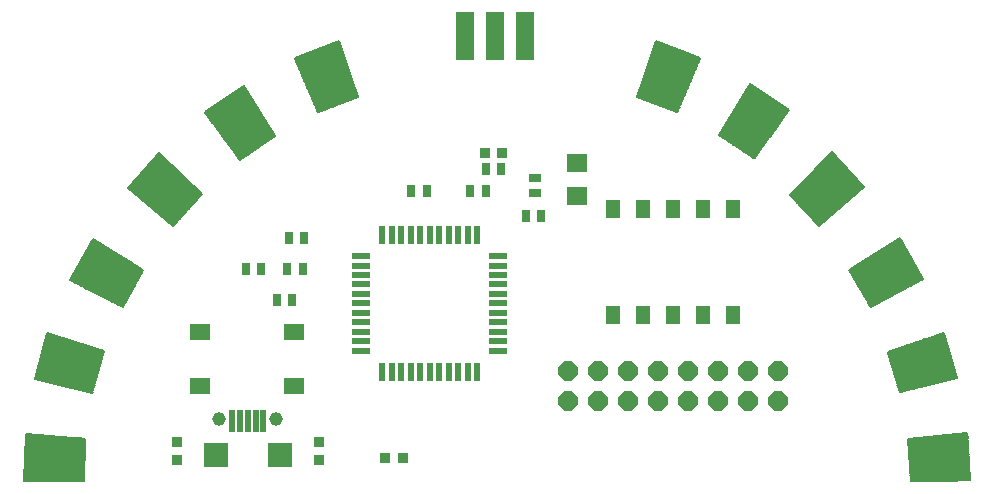
<source format=gts>
G75*
%MOIN*%
%OFA0B0*%
%FSLAX24Y24*%
%IPPOS*%
%LPD*%
%AMOC8*
5,1,8,0,0,1.08239X$1,22.5*
%
%ADD10R,0.0316X0.0394*%
%ADD11R,0.0355X0.0355*%
%ADD12R,0.0394X0.0316*%
%ADD13R,0.0640X0.1640*%
%ADD14R,0.0670X0.0591*%
%ADD15C,0.0634*%
%ADD16C,0.0050*%
%ADD17OC8,0.0640*%
%ADD18R,0.0197X0.0729*%
%ADD19R,0.0827X0.0827*%
%ADD20C,0.0453*%
%ADD21R,0.0473X0.0631*%
%ADD22R,0.0237X0.0631*%
%ADD23R,0.0631X0.0237*%
%ADD24R,0.0650X0.0552*%
D10*
X009293Y007297D03*
X009805Y007297D03*
X009648Y008321D03*
X010159Y008321D03*
X010199Y009344D03*
X009687Y009344D03*
X008782Y008321D03*
X008270Y008321D03*
X013782Y010919D03*
X014293Y010919D03*
X015750Y010919D03*
X016262Y010919D03*
X016262Y011667D03*
X016774Y011667D03*
X017600Y010092D03*
X018112Y010092D03*
D11*
X016813Y012179D03*
X016222Y012179D03*
X010691Y002553D03*
X010691Y001962D03*
X012915Y002021D03*
X013506Y002021D03*
X005967Y001962D03*
X005967Y002553D03*
D12*
X017896Y010860D03*
X017896Y011372D03*
D13*
X017573Y016077D03*
X016573Y016077D03*
X015573Y016077D03*
D14*
X019313Y011864D03*
X019313Y010762D03*
D15*
X024943Y012888D03*
X022187Y014344D03*
X027305Y010683D03*
X029234Y007966D03*
X030415Y005053D03*
X030967Y001982D03*
X011124Y014344D03*
X008329Y012848D03*
X005888Y010683D03*
X003998Y007966D03*
X002778Y005053D03*
X002305Y001982D03*
D16*
X000947Y002815D02*
X000882Y001248D01*
X002862Y001246D01*
X002909Y002669D01*
X000947Y002815D01*
X000945Y002774D02*
X001497Y002774D01*
X000943Y002726D02*
X002149Y002726D01*
X002800Y002677D02*
X000941Y002677D01*
X000939Y002629D02*
X002908Y002629D01*
X002906Y002580D02*
X000937Y002580D01*
X000935Y002532D02*
X002905Y002532D01*
X002903Y002483D02*
X000933Y002483D01*
X000931Y002435D02*
X002901Y002435D01*
X002900Y002386D02*
X000929Y002386D01*
X000927Y002338D02*
X002898Y002338D01*
X002897Y002289D02*
X000925Y002289D01*
X000923Y002241D02*
X002895Y002241D01*
X002893Y002192D02*
X000921Y002192D01*
X000919Y002144D02*
X002892Y002144D01*
X002890Y002095D02*
X000917Y002095D01*
X000915Y002047D02*
X002888Y002047D01*
X002887Y001998D02*
X000913Y001998D01*
X000911Y001950D02*
X002885Y001950D01*
X002884Y001901D02*
X000909Y001901D01*
X000907Y001853D02*
X002882Y001853D01*
X002880Y001804D02*
X000905Y001804D01*
X000903Y001756D02*
X002879Y001756D01*
X002877Y001707D02*
X000901Y001707D01*
X000899Y001659D02*
X002875Y001659D01*
X002874Y001610D02*
X000897Y001610D01*
X000895Y001562D02*
X002872Y001562D01*
X002871Y001513D02*
X000893Y001513D01*
X000891Y001465D02*
X002869Y001465D01*
X002867Y001416D02*
X000889Y001416D01*
X000887Y001368D02*
X002866Y001368D01*
X002864Y001319D02*
X000885Y001319D01*
X000883Y001271D02*
X002862Y001271D01*
X003150Y004208D02*
X003524Y005582D01*
X001647Y006176D01*
X001224Y004666D01*
X003150Y004208D01*
X003155Y004229D02*
X003062Y004229D01*
X003169Y004278D02*
X002858Y004278D01*
X002654Y004326D02*
X003182Y004326D01*
X003195Y004375D02*
X002450Y004375D01*
X002246Y004423D02*
X003208Y004423D01*
X003221Y004472D02*
X002042Y004472D01*
X001838Y004520D02*
X003235Y004520D01*
X003248Y004569D02*
X001633Y004569D01*
X001429Y004617D02*
X003261Y004617D01*
X003274Y004666D02*
X001225Y004666D01*
X001237Y004714D02*
X003287Y004714D01*
X003300Y004763D02*
X001251Y004763D01*
X001264Y004811D02*
X003314Y004811D01*
X003327Y004860D02*
X001278Y004860D01*
X001291Y004908D02*
X003340Y004908D01*
X003353Y004957D02*
X001305Y004957D01*
X001319Y005005D02*
X003366Y005005D01*
X003380Y005054D02*
X001332Y005054D01*
X001346Y005102D02*
X003393Y005102D01*
X003406Y005151D02*
X001359Y005151D01*
X001373Y005199D02*
X003419Y005199D01*
X003432Y005248D02*
X001387Y005248D01*
X001400Y005296D02*
X003446Y005296D01*
X003459Y005345D02*
X001414Y005345D01*
X001427Y005393D02*
X003472Y005393D01*
X003485Y005442D02*
X001441Y005442D01*
X001455Y005490D02*
X003498Y005490D01*
X003512Y005539D02*
X001468Y005539D01*
X001482Y005587D02*
X003509Y005587D01*
X003355Y005636D02*
X001495Y005636D01*
X001509Y005684D02*
X003202Y005684D01*
X003049Y005733D02*
X001523Y005733D01*
X001536Y005781D02*
X002896Y005781D01*
X002742Y005830D02*
X001550Y005830D01*
X001563Y005878D02*
X002589Y005878D01*
X002436Y005927D02*
X001577Y005927D01*
X001591Y005975D02*
X002282Y005975D01*
X002129Y006024D02*
X001604Y006024D01*
X001618Y006072D02*
X001976Y006072D01*
X001823Y006121D02*
X001631Y006121D01*
X001645Y006169D02*
X001669Y006169D01*
X003428Y007430D02*
X004367Y007430D01*
X004341Y007382D02*
X003524Y007382D01*
X003620Y007333D02*
X004314Y007333D01*
X004288Y007285D02*
X003716Y007285D01*
X003812Y007236D02*
X004261Y007236D01*
X004235Y007188D02*
X003908Y007188D01*
X004005Y007139D02*
X004208Y007139D01*
X004182Y007091D02*
X004101Y007091D01*
X004164Y007058D02*
X004846Y008308D01*
X003159Y009321D01*
X002397Y007950D01*
X004164Y007058D01*
X004394Y007479D02*
X003331Y007479D01*
X003235Y007527D02*
X004420Y007527D01*
X004446Y007576D02*
X003139Y007576D01*
X003043Y007624D02*
X004473Y007624D01*
X004499Y007673D02*
X002947Y007673D01*
X002851Y007721D02*
X004526Y007721D01*
X004552Y007770D02*
X002754Y007770D01*
X002658Y007818D02*
X004579Y007818D01*
X004605Y007867D02*
X002562Y007867D01*
X002466Y007915D02*
X004632Y007915D01*
X004658Y007964D02*
X002404Y007964D01*
X002431Y008012D02*
X004685Y008012D01*
X004711Y008061D02*
X002458Y008061D01*
X002485Y008109D02*
X004738Y008109D01*
X004764Y008158D02*
X002512Y008158D01*
X002539Y008206D02*
X004791Y008206D01*
X004817Y008255D02*
X002566Y008255D01*
X002593Y008303D02*
X004844Y008303D01*
X004775Y008352D02*
X002620Y008352D01*
X002647Y008400D02*
X004694Y008400D01*
X004613Y008449D02*
X002674Y008449D01*
X002701Y008497D02*
X004532Y008497D01*
X004451Y008546D02*
X002728Y008546D01*
X002755Y008594D02*
X004370Y008594D01*
X004289Y008643D02*
X002782Y008643D01*
X002809Y008691D02*
X004209Y008691D01*
X004128Y008740D02*
X002836Y008740D01*
X002862Y008788D02*
X004047Y008788D01*
X003966Y008837D02*
X002889Y008837D01*
X002916Y008885D02*
X003885Y008885D01*
X003804Y008934D02*
X002943Y008934D01*
X002970Y008982D02*
X003723Y008982D01*
X003643Y009031D02*
X002997Y009031D01*
X003024Y009079D02*
X003562Y009079D01*
X003481Y009128D02*
X003051Y009128D01*
X003078Y009176D02*
X003400Y009176D01*
X003319Y009225D02*
X003105Y009225D01*
X003132Y009273D02*
X003238Y009273D01*
X004864Y010583D02*
X006578Y010583D01*
X006622Y010631D02*
X004806Y010631D01*
X004749Y010680D02*
X006666Y010680D01*
X006709Y010728D02*
X004691Y010728D01*
X004633Y010777D02*
X006753Y010777D01*
X006792Y010821D02*
X005383Y012194D01*
X004326Y011035D01*
X005841Y009761D01*
X006792Y010821D01*
X006788Y010825D02*
X004576Y010825D01*
X004518Y010874D02*
X006738Y010874D01*
X006688Y010922D02*
X004460Y010922D01*
X004403Y010971D02*
X006638Y010971D01*
X006589Y011019D02*
X004345Y011019D01*
X004355Y011068D02*
X006539Y011068D01*
X006489Y011116D02*
X004399Y011116D01*
X004444Y011165D02*
X006439Y011165D01*
X006389Y011213D02*
X004488Y011213D01*
X004532Y011262D02*
X006340Y011262D01*
X006290Y011310D02*
X004576Y011310D01*
X004620Y011359D02*
X006240Y011359D01*
X006190Y011407D02*
X004665Y011407D01*
X004709Y011456D02*
X006141Y011456D01*
X006091Y011504D02*
X004753Y011504D01*
X004797Y011553D02*
X006041Y011553D01*
X005991Y011601D02*
X004842Y011601D01*
X004886Y011650D02*
X005941Y011650D01*
X005892Y011698D02*
X004930Y011698D01*
X004974Y011747D02*
X005842Y011747D01*
X005792Y011795D02*
X005019Y011795D01*
X005063Y011844D02*
X005742Y011844D01*
X005693Y011892D02*
X005107Y011892D01*
X005151Y011941D02*
X005643Y011941D01*
X005593Y011989D02*
X005195Y011989D01*
X005240Y012038D02*
X005543Y012038D01*
X005493Y012086D02*
X005284Y012086D01*
X005328Y012135D02*
X005444Y012135D01*
X005394Y012183D02*
X005372Y012183D01*
X007113Y013250D02*
X008938Y013250D01*
X008969Y013202D02*
X007149Y013202D01*
X007185Y013153D02*
X009000Y013153D01*
X009031Y013105D02*
X007221Y013105D01*
X007257Y013056D02*
X009061Y013056D01*
X009092Y013008D02*
X007293Y013008D01*
X007329Y012959D02*
X009123Y012959D01*
X009154Y012911D02*
X007366Y012911D01*
X007402Y012862D02*
X009185Y012862D01*
X009216Y012814D02*
X007438Y012814D01*
X007474Y012765D02*
X009227Y012765D01*
X009241Y012774D02*
X008185Y014435D01*
X006890Y013551D01*
X008071Y011962D01*
X009241Y012774D01*
X009158Y012717D02*
X007510Y012717D01*
X007546Y012668D02*
X009088Y012668D01*
X009018Y012620D02*
X007582Y012620D01*
X007618Y012571D02*
X008948Y012571D01*
X008878Y012523D02*
X007654Y012523D01*
X007690Y012474D02*
X008808Y012474D01*
X008738Y012426D02*
X007726Y012426D01*
X007762Y012377D02*
X008669Y012377D01*
X008599Y012329D02*
X007798Y012329D01*
X007834Y012280D02*
X008529Y012280D01*
X008459Y012232D02*
X007870Y012232D01*
X007907Y012183D02*
X008389Y012183D01*
X008319Y012135D02*
X007943Y012135D01*
X007979Y012086D02*
X008250Y012086D01*
X008180Y012038D02*
X008015Y012038D01*
X008051Y011989D02*
X008110Y011989D01*
X008907Y013299D02*
X007077Y013299D01*
X007041Y013347D02*
X008876Y013347D01*
X008846Y013396D02*
X007005Y013396D01*
X006969Y013444D02*
X008815Y013444D01*
X008784Y013493D02*
X006933Y013493D01*
X006897Y013541D02*
X008753Y013541D01*
X008722Y013590D02*
X006947Y013590D01*
X007018Y013638D02*
X008691Y013638D01*
X008661Y013687D02*
X007089Y013687D01*
X007160Y013735D02*
X008630Y013735D01*
X008599Y013784D02*
X007231Y013784D01*
X007302Y013832D02*
X008568Y013832D01*
X008537Y013881D02*
X007373Y013881D01*
X007444Y013929D02*
X008506Y013929D01*
X008476Y013978D02*
X007515Y013978D01*
X007586Y014026D02*
X008445Y014026D01*
X008414Y014075D02*
X007657Y014075D01*
X007728Y014123D02*
X008383Y014123D01*
X008352Y014172D02*
X007799Y014172D01*
X007870Y014220D02*
X008321Y014220D01*
X008291Y014269D02*
X007941Y014269D01*
X008012Y014317D02*
X008260Y014317D01*
X008229Y014366D02*
X008083Y014366D01*
X008154Y014414D02*
X008198Y014414D01*
X009960Y015190D02*
X011604Y015190D01*
X011621Y015142D02*
X009981Y015142D01*
X010002Y015093D02*
X011638Y015093D01*
X011654Y015045D02*
X010023Y015045D01*
X010044Y014996D02*
X011671Y014996D01*
X011688Y014948D02*
X010064Y014948D01*
X010085Y014899D02*
X011705Y014899D01*
X011721Y014851D02*
X010106Y014851D01*
X010127Y014802D02*
X011738Y014802D01*
X011755Y014754D02*
X010148Y014754D01*
X010168Y014705D02*
X011772Y014705D01*
X011788Y014657D02*
X010189Y014657D01*
X010210Y014608D02*
X011805Y014608D01*
X011822Y014560D02*
X010231Y014560D01*
X010252Y014511D02*
X011839Y014511D01*
X011855Y014463D02*
X010273Y014463D01*
X010293Y014414D02*
X011872Y014414D01*
X011889Y014366D02*
X010314Y014366D01*
X010335Y014317D02*
X011906Y014317D01*
X011922Y014269D02*
X010356Y014269D01*
X010377Y014220D02*
X011939Y014220D01*
X011956Y014172D02*
X010398Y014172D01*
X010418Y014123D02*
X011972Y014123D01*
X011989Y014075D02*
X010439Y014075D01*
X010460Y014026D02*
X011905Y014026D01*
X011994Y014061D02*
X011352Y015922D01*
X009887Y015361D01*
X010668Y013542D01*
X011994Y014061D01*
X011781Y013978D02*
X010481Y013978D01*
X010502Y013929D02*
X011657Y013929D01*
X011533Y013881D02*
X010522Y013881D01*
X010543Y013832D02*
X011409Y013832D01*
X011285Y013784D02*
X010564Y013784D01*
X010585Y013735D02*
X011161Y013735D01*
X011037Y013687D02*
X010606Y013687D01*
X010627Y013638D02*
X010913Y013638D01*
X010790Y013590D02*
X010647Y013590D01*
X009939Y015239D02*
X011587Y015239D01*
X011571Y015287D02*
X009919Y015287D01*
X009898Y015336D02*
X011554Y015336D01*
X011537Y015384D02*
X009947Y015384D01*
X010074Y015433D02*
X011520Y015433D01*
X011504Y015481D02*
X010200Y015481D01*
X010327Y015530D02*
X011487Y015530D01*
X011470Y015578D02*
X010454Y015578D01*
X010581Y015627D02*
X011454Y015627D01*
X011437Y015675D02*
X010708Y015675D01*
X010834Y015724D02*
X011420Y015724D01*
X011403Y015772D02*
X010961Y015772D01*
X011088Y015821D02*
X011387Y015821D01*
X011370Y015869D02*
X011215Y015869D01*
X011341Y015918D02*
X011353Y015918D01*
X006535Y010534D02*
X004922Y010534D01*
X004979Y010486D02*
X006491Y010486D01*
X006448Y010437D02*
X005037Y010437D01*
X005095Y010389D02*
X006404Y010389D01*
X006361Y010340D02*
X005152Y010340D01*
X005210Y010292D02*
X006317Y010292D01*
X006274Y010243D02*
X005268Y010243D01*
X005325Y010195D02*
X006230Y010195D01*
X006186Y010146D02*
X005383Y010146D01*
X005441Y010098D02*
X006143Y010098D01*
X006099Y010049D02*
X005498Y010049D01*
X005556Y010001D02*
X006056Y010001D01*
X006012Y009952D02*
X005614Y009952D01*
X005671Y009904D02*
X005969Y009904D01*
X005925Y009855D02*
X005729Y009855D01*
X005787Y009807D02*
X005882Y009807D01*
X021312Y014050D02*
X022647Y013553D01*
X023408Y015368D01*
X021942Y015927D01*
X021312Y014050D01*
X021320Y014075D02*
X022865Y014075D01*
X022886Y014123D02*
X021337Y014123D01*
X021353Y014172D02*
X022906Y014172D01*
X022926Y014220D02*
X021369Y014220D01*
X021386Y014269D02*
X022947Y014269D01*
X022967Y014317D02*
X021402Y014317D01*
X021418Y014366D02*
X022987Y014366D01*
X023008Y014414D02*
X021434Y014414D01*
X021451Y014463D02*
X023028Y014463D01*
X023048Y014511D02*
X021467Y014511D01*
X021483Y014560D02*
X023069Y014560D01*
X023089Y014608D02*
X021500Y014608D01*
X021516Y014657D02*
X023110Y014657D01*
X023130Y014705D02*
X021532Y014705D01*
X021548Y014754D02*
X023150Y014754D01*
X023171Y014802D02*
X021565Y014802D01*
X021581Y014851D02*
X023191Y014851D01*
X023211Y014899D02*
X021597Y014899D01*
X021614Y014948D02*
X023232Y014948D01*
X023252Y014996D02*
X021630Y014996D01*
X021646Y015045D02*
X023272Y015045D01*
X023293Y015093D02*
X021662Y015093D01*
X021679Y015142D02*
X023313Y015142D01*
X023333Y015190D02*
X021695Y015190D01*
X021711Y015239D02*
X023354Y015239D01*
X023374Y015287D02*
X021728Y015287D01*
X021744Y015336D02*
X023394Y015336D01*
X023367Y015384D02*
X021760Y015384D01*
X021776Y015433D02*
X023239Y015433D01*
X023112Y015481D02*
X021793Y015481D01*
X021809Y015530D02*
X022985Y015530D01*
X022858Y015578D02*
X021825Y015578D01*
X021842Y015627D02*
X022730Y015627D01*
X022603Y015675D02*
X021858Y015675D01*
X021874Y015724D02*
X022476Y015724D01*
X022349Y015772D02*
X021890Y015772D01*
X021907Y015821D02*
X022221Y015821D01*
X022094Y015869D02*
X021923Y015869D01*
X021939Y015918D02*
X021967Y015918D01*
X024864Y014172D02*
X025526Y014172D01*
X025453Y014220D02*
X024894Y014220D01*
X024923Y014269D02*
X025380Y014269D01*
X025307Y014317D02*
X024953Y014317D01*
X024982Y014366D02*
X025235Y014366D01*
X025162Y014414D02*
X025012Y014414D01*
X025041Y014463D02*
X025089Y014463D01*
X025055Y014485D02*
X026361Y013616D01*
X025216Y012014D01*
X024025Y012795D01*
X025055Y014485D01*
X024834Y014123D02*
X025599Y014123D01*
X025671Y014075D02*
X024805Y014075D01*
X024775Y014026D02*
X025744Y014026D01*
X025817Y013978D02*
X024746Y013978D01*
X024716Y013929D02*
X025890Y013929D01*
X025963Y013881D02*
X024687Y013881D01*
X024657Y013832D02*
X026036Y013832D01*
X026108Y013784D02*
X024628Y013784D01*
X024598Y013735D02*
X026181Y013735D01*
X026254Y013687D02*
X024568Y013687D01*
X024539Y013638D02*
X026327Y013638D01*
X026342Y013590D02*
X024509Y013590D01*
X024480Y013541D02*
X026307Y013541D01*
X026273Y013493D02*
X024450Y013493D01*
X024421Y013444D02*
X026238Y013444D01*
X026203Y013396D02*
X024391Y013396D01*
X024361Y013347D02*
X026169Y013347D01*
X026134Y013299D02*
X024332Y013299D01*
X024302Y013250D02*
X026099Y013250D01*
X026065Y013202D02*
X024273Y013202D01*
X024243Y013153D02*
X026030Y013153D01*
X025995Y013105D02*
X024214Y013105D01*
X024184Y013056D02*
X025961Y013056D01*
X025926Y013008D02*
X024155Y013008D01*
X024125Y012959D02*
X025891Y012959D01*
X025857Y012911D02*
X024095Y012911D01*
X024066Y012862D02*
X025822Y012862D01*
X025787Y012814D02*
X024036Y012814D01*
X024070Y012765D02*
X025753Y012765D01*
X025718Y012717D02*
X024144Y012717D01*
X024218Y012668D02*
X025683Y012668D01*
X025649Y012620D02*
X024292Y012620D01*
X024366Y012571D02*
X025614Y012571D01*
X025579Y012523D02*
X024440Y012523D01*
X024514Y012474D02*
X025545Y012474D01*
X025510Y012426D02*
X024588Y012426D01*
X024662Y012377D02*
X025475Y012377D01*
X025441Y012329D02*
X024736Y012329D01*
X024810Y012280D02*
X025406Y012280D01*
X025371Y012232D02*
X024884Y012232D01*
X024959Y012183D02*
X025337Y012183D01*
X025302Y012135D02*
X025033Y012135D01*
X025107Y012086D02*
X025267Y012086D01*
X025233Y012038D02*
X025181Y012038D01*
X026602Y011019D02*
X028803Y011019D01*
X028853Y011063D02*
X027785Y012211D01*
X026390Y010805D01*
X027368Y009770D01*
X028853Y011063D01*
X028848Y011068D02*
X026651Y011068D01*
X026699Y011116D02*
X028803Y011116D01*
X028758Y011165D02*
X026747Y011165D01*
X026795Y011213D02*
X028713Y011213D01*
X028668Y011262D02*
X026843Y011262D01*
X026891Y011310D02*
X028623Y011310D01*
X028578Y011359D02*
X026939Y011359D01*
X026987Y011407D02*
X028532Y011407D01*
X028487Y011456D02*
X027035Y011456D01*
X027083Y011504D02*
X028442Y011504D01*
X028397Y011553D02*
X027132Y011553D01*
X027180Y011601D02*
X028352Y011601D01*
X028307Y011650D02*
X027228Y011650D01*
X027276Y011698D02*
X028262Y011698D01*
X028216Y011747D02*
X027324Y011747D01*
X027372Y011795D02*
X028171Y011795D01*
X028126Y011844D02*
X027420Y011844D01*
X027468Y011892D02*
X028081Y011892D01*
X028036Y011941D02*
X027516Y011941D01*
X027565Y011989D02*
X027991Y011989D01*
X027946Y012038D02*
X027613Y012038D01*
X027661Y012086D02*
X027901Y012086D01*
X027855Y012135D02*
X027709Y012135D01*
X027757Y012183D02*
X027810Y012183D01*
X028747Y010971D02*
X026554Y010971D01*
X026506Y010922D02*
X028691Y010922D01*
X028636Y010874D02*
X026458Y010874D01*
X026410Y010825D02*
X028580Y010825D01*
X028524Y010777D02*
X026418Y010777D01*
X026463Y010728D02*
X028469Y010728D01*
X028413Y010680D02*
X026509Y010680D01*
X026555Y010631D02*
X028357Y010631D01*
X028301Y010583D02*
X026601Y010583D01*
X026647Y010534D02*
X028246Y010534D01*
X028190Y010486D02*
X026692Y010486D01*
X026738Y010437D02*
X028134Y010437D01*
X028079Y010389D02*
X026784Y010389D01*
X026830Y010340D02*
X028023Y010340D01*
X027967Y010292D02*
X026876Y010292D01*
X026922Y010243D02*
X027912Y010243D01*
X027856Y010195D02*
X026967Y010195D01*
X027013Y010146D02*
X027800Y010146D01*
X027744Y010098D02*
X027059Y010098D01*
X027105Y010049D02*
X027689Y010049D01*
X027633Y010001D02*
X027151Y010001D01*
X027197Y009952D02*
X027577Y009952D01*
X027522Y009904D02*
X027242Y009904D01*
X027288Y009855D02*
X027466Y009855D01*
X027410Y009807D02*
X027334Y009807D01*
X029084Y008740D02*
X030396Y008740D01*
X030368Y008788D02*
X029162Y008788D01*
X029240Y008837D02*
X030340Y008837D01*
X030313Y008885D02*
X029317Y008885D01*
X029395Y008934D02*
X030285Y008934D01*
X030258Y008982D02*
X029473Y008982D01*
X029551Y009031D02*
X030230Y009031D01*
X030203Y009079D02*
X029629Y009079D01*
X029707Y009128D02*
X030175Y009128D01*
X030147Y009176D02*
X029784Y009176D01*
X029862Y009225D02*
X030120Y009225D01*
X030092Y009273D02*
X029940Y009273D01*
X030018Y009322D02*
X030065Y009322D01*
X030052Y009343D02*
X030828Y007980D01*
X029086Y007064D01*
X028372Y008296D01*
X030052Y009343D01*
X030423Y008691D02*
X029006Y008691D01*
X028928Y008643D02*
X030451Y008643D01*
X030478Y008594D02*
X028851Y008594D01*
X028773Y008546D02*
X030506Y008546D01*
X030534Y008497D02*
X028695Y008497D01*
X028617Y008449D02*
X030561Y008449D01*
X030589Y008400D02*
X028539Y008400D01*
X028462Y008352D02*
X030616Y008352D01*
X030644Y008303D02*
X028384Y008303D01*
X028396Y008255D02*
X030672Y008255D01*
X030699Y008206D02*
X028424Y008206D01*
X028452Y008158D02*
X030727Y008158D01*
X030754Y008109D02*
X028480Y008109D01*
X028509Y008061D02*
X030782Y008061D01*
X030810Y008012D02*
X028537Y008012D01*
X028565Y007964D02*
X030797Y007964D01*
X030705Y007915D02*
X028593Y007915D01*
X028621Y007867D02*
X030612Y007867D01*
X030520Y007818D02*
X028649Y007818D01*
X028677Y007770D02*
X030428Y007770D01*
X030336Y007721D02*
X028705Y007721D01*
X028733Y007673D02*
X030244Y007673D01*
X030151Y007624D02*
X028761Y007624D01*
X028789Y007576D02*
X030059Y007576D01*
X029967Y007527D02*
X028818Y007527D01*
X028846Y007479D02*
X029875Y007479D01*
X029783Y007430D02*
X028874Y007430D01*
X028902Y007382D02*
X029690Y007382D01*
X029598Y007333D02*
X028930Y007333D01*
X028958Y007285D02*
X029506Y007285D01*
X029414Y007236D02*
X028986Y007236D01*
X029014Y007188D02*
X029322Y007188D01*
X029229Y007139D02*
X029042Y007139D01*
X029070Y007091D02*
X029137Y007091D01*
X030416Y005830D02*
X031638Y005830D01*
X031624Y005878D02*
X030560Y005878D01*
X030704Y005927D02*
X031610Y005927D01*
X031595Y005975D02*
X030848Y005975D01*
X030991Y006024D02*
X031581Y006024D01*
X031567Y006072D02*
X031135Y006072D01*
X031279Y006121D02*
X031553Y006121D01*
X031539Y006169D02*
X031423Y006169D01*
X031528Y006205D02*
X031969Y004699D01*
X030063Y004209D01*
X029652Y005572D01*
X031528Y006205D01*
X031652Y005781D02*
X030272Y005781D01*
X030128Y005733D02*
X031667Y005733D01*
X031681Y005684D02*
X029985Y005684D01*
X029841Y005636D02*
X031695Y005636D01*
X031709Y005587D02*
X029697Y005587D01*
X029662Y005539D02*
X031723Y005539D01*
X031738Y005490D02*
X029677Y005490D01*
X029692Y005442D02*
X031752Y005442D01*
X031766Y005393D02*
X029706Y005393D01*
X029721Y005345D02*
X031780Y005345D01*
X031794Y005296D02*
X029735Y005296D01*
X029750Y005248D02*
X031809Y005248D01*
X031823Y005199D02*
X029765Y005199D01*
X029779Y005151D02*
X031837Y005151D01*
X031851Y005102D02*
X029794Y005102D01*
X029809Y005054D02*
X031866Y005054D01*
X031880Y005005D02*
X029823Y005005D01*
X029838Y004957D02*
X031894Y004957D01*
X031908Y004908D02*
X029852Y004908D01*
X029867Y004860D02*
X031922Y004860D01*
X031937Y004811D02*
X029882Y004811D01*
X029896Y004763D02*
X031951Y004763D01*
X031965Y004714D02*
X029911Y004714D01*
X029926Y004666D02*
X031838Y004666D01*
X031649Y004617D02*
X029940Y004617D01*
X029955Y004569D02*
X031461Y004569D01*
X031273Y004520D02*
X029969Y004520D01*
X029984Y004472D02*
X031084Y004472D01*
X030896Y004423D02*
X029999Y004423D01*
X030013Y004375D02*
X030708Y004375D01*
X030519Y004326D02*
X030028Y004326D01*
X030043Y004278D02*
X030331Y004278D01*
X030143Y004229D02*
X030057Y004229D01*
X030345Y002664D02*
X032316Y002844D01*
X032396Y001278D01*
X030428Y001242D01*
X030345Y002664D01*
X030347Y002629D02*
X032327Y002629D01*
X032325Y002677D02*
X030489Y002677D01*
X030349Y002580D02*
X032330Y002580D01*
X032332Y002532D02*
X030352Y002532D01*
X030355Y002483D02*
X032335Y002483D01*
X032337Y002435D02*
X030358Y002435D01*
X030361Y002386D02*
X032340Y002386D01*
X032342Y002338D02*
X030364Y002338D01*
X030367Y002289D02*
X032344Y002289D01*
X032347Y002241D02*
X030370Y002241D01*
X030372Y002192D02*
X032349Y002192D01*
X032352Y002144D02*
X030375Y002144D01*
X030378Y002095D02*
X032354Y002095D01*
X032357Y002047D02*
X030381Y002047D01*
X030384Y001998D02*
X032359Y001998D01*
X032362Y001950D02*
X030387Y001950D01*
X030390Y001901D02*
X032364Y001901D01*
X032367Y001853D02*
X030392Y001853D01*
X030395Y001804D02*
X032369Y001804D01*
X032372Y001756D02*
X030398Y001756D01*
X030401Y001707D02*
X032374Y001707D01*
X032377Y001659D02*
X030404Y001659D01*
X030407Y001610D02*
X032379Y001610D01*
X032382Y001562D02*
X030410Y001562D01*
X030412Y001513D02*
X032384Y001513D01*
X032387Y001465D02*
X030415Y001465D01*
X030418Y001416D02*
X032389Y001416D01*
X032392Y001368D02*
X030421Y001368D01*
X030424Y001319D02*
X032394Y001319D01*
X031979Y001271D02*
X030427Y001271D01*
X031018Y002726D02*
X032322Y002726D01*
X032320Y002774D02*
X031547Y002774D01*
X032077Y002823D02*
X032317Y002823D01*
X022662Y013590D02*
X022549Y013590D01*
X022419Y013638D02*
X022682Y013638D01*
X022703Y013687D02*
X022289Y013687D01*
X022159Y013735D02*
X022723Y013735D01*
X022743Y013784D02*
X022028Y013784D01*
X021898Y013832D02*
X022764Y013832D01*
X022784Y013881D02*
X021768Y013881D01*
X021638Y013929D02*
X022804Y013929D01*
X022825Y013978D02*
X021507Y013978D01*
X021377Y014026D02*
X022845Y014026D01*
D17*
X023002Y004923D03*
X022002Y004923D03*
X021002Y004923D03*
X020002Y004923D03*
X019002Y004923D03*
X019002Y003923D03*
X020002Y003923D03*
X021002Y003923D03*
X022002Y003923D03*
X023002Y003923D03*
X024002Y003923D03*
X025002Y003923D03*
X026002Y003923D03*
X026002Y004923D03*
X025002Y004923D03*
X024002Y004923D03*
D18*
X008841Y003252D03*
X008585Y003252D03*
X008329Y003252D03*
X008073Y003252D03*
X007817Y003252D03*
D19*
X007256Y002140D03*
X009402Y002140D03*
D20*
X009284Y003332D03*
X007374Y003332D03*
D21*
X020502Y006805D03*
X021502Y006805D03*
X022502Y006805D03*
X023502Y006805D03*
X024502Y006805D03*
X024502Y010309D03*
X023502Y010309D03*
X022502Y010309D03*
X021502Y010309D03*
X020502Y010309D03*
D22*
X015967Y009462D03*
X015652Y009462D03*
X015337Y009462D03*
X015022Y009462D03*
X014707Y009462D03*
X014392Y009462D03*
X014077Y009462D03*
X013762Y009462D03*
X013447Y009462D03*
X013132Y009462D03*
X012817Y009462D03*
X012817Y004895D03*
X013132Y004895D03*
X013447Y004895D03*
X013762Y004895D03*
X014077Y004895D03*
X014392Y004895D03*
X014707Y004895D03*
X015022Y004895D03*
X015337Y004895D03*
X015652Y004895D03*
X015967Y004895D03*
D23*
X016675Y005604D03*
X016675Y005919D03*
X016675Y006234D03*
X016675Y006549D03*
X016675Y006864D03*
X016675Y007179D03*
X016675Y007494D03*
X016675Y007809D03*
X016675Y008124D03*
X016675Y008439D03*
X016675Y008754D03*
X012108Y008754D03*
X012108Y008439D03*
X012108Y008124D03*
X012108Y007809D03*
X012108Y007494D03*
X012108Y007179D03*
X012108Y006864D03*
X012108Y006549D03*
X012108Y006234D03*
X012108Y005919D03*
X012108Y005604D03*
D24*
X009854Y006210D03*
X009854Y004439D03*
X006724Y004439D03*
X006724Y006210D03*
M02*

</source>
